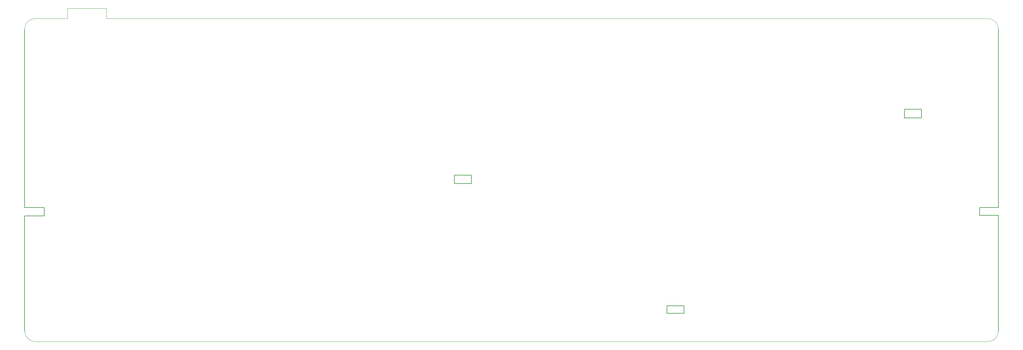
<source format=gm1>
G04 #@! TF.FileFunction,Profile,NP*
%FSLAX46Y46*%
G04 Gerber Fmt 4.6, Leading zero omitted, Abs format (unit mm)*
G04 Created by KiCad (PCBNEW 4.0.5) date 01/22/17 22:08:40*
%MOMM*%
%LPD*%
G01*
G04 APERTURE LIST*
%ADD10C,0.100000*%
%ADD11C,0.200000*%
G04 APERTURE END LIST*
D10*
D11*
X337500000Y-104500000D02*
X337500000Y-102000000D01*
X342500000Y-104500000D02*
X337500000Y-104500000D01*
X342500000Y-102000000D02*
X342500000Y-104500000D01*
X337500000Y-102000000D02*
X342500000Y-102000000D01*
X268000000Y-161750000D02*
X268000000Y-159500000D01*
X273000000Y-161750000D02*
X268000000Y-161750000D01*
X273000000Y-159500000D02*
X273000000Y-161750000D01*
X268000000Y-159500000D02*
X273000000Y-159500000D01*
X365000000Y-133000000D02*
X365000000Y-167000000D01*
X365000000Y-78410000D02*
X365000000Y-130750000D01*
X359500000Y-133000000D02*
X365000000Y-133000000D01*
X359500000Y-130750000D02*
X359500000Y-133000000D01*
X365000000Y-130750000D02*
X359500000Y-130750000D01*
X80000000Y-133250000D02*
X80000000Y-167000000D01*
X80000000Y-78500000D02*
X80000000Y-130750000D01*
X85750000Y-133250000D02*
X80000000Y-133250000D01*
X85750000Y-130750000D02*
X85750000Y-133250000D01*
X80000000Y-130750000D02*
X85750000Y-130750000D01*
X210750000Y-123750000D02*
X205750000Y-123750000D01*
X210750000Y-121250000D02*
X210750000Y-123750000D01*
X205750000Y-121250000D02*
X210750000Y-121250000D01*
X205750000Y-123750000D02*
X205750000Y-121250000D01*
D10*
X103900000Y-75400000D02*
X362000000Y-75400000D01*
X83000000Y-75400000D02*
X92500000Y-75400000D01*
X103900000Y-72400000D02*
X103900000Y-75400000D01*
X92500000Y-72400000D02*
X103900000Y-72400000D01*
X92500000Y-75400000D02*
X92500000Y-72400000D01*
X83000000Y-170000000D02*
G75*
G02X80000000Y-167000000I0J3000000D01*
G01*
X365000000Y-167000000D02*
G75*
G02X362000000Y-170000000I-3000000J0D01*
G01*
X362000000Y-75400000D02*
G75*
G02X365000000Y-78400000I0J-3000000D01*
G01*
X80000000Y-78400000D02*
G75*
G02X83000000Y-75400000I3000000J0D01*
G01*
X83000000Y-170000000D02*
X362000000Y-170000000D01*
M02*

</source>
